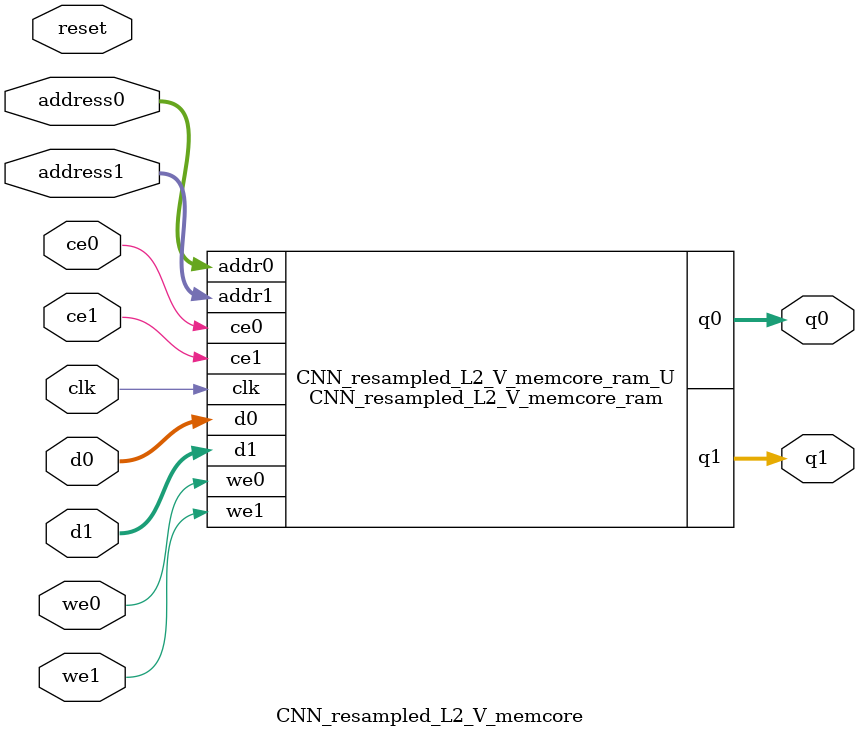
<source format=v>

`timescale 1 ns / 1 ps
module CNN_resampled_L2_V_memcore_ram (addr0, ce0, d0, we0, q0, addr1, ce1, d1, we1, q1,  clk);

parameter DWIDTH = 25;
parameter AWIDTH = 12;
parameter MEM_SIZE = 3528;

input[AWIDTH-1:0] addr0;
input ce0;
input[DWIDTH-1:0] d0;
input we0;
output reg[DWIDTH-1:0] q0;
input[AWIDTH-1:0] addr1;
input ce1;
input[DWIDTH-1:0] d1;
input we1;
output reg[DWIDTH-1:0] q1;
input clk;

(* ram_style = "block" *)reg [DWIDTH-1:0] ram[0:MEM_SIZE-1];




always @(posedge clk)  
begin 
    if (ce0) 
    begin
        if (we0) 
        begin 
            ram[addr0] <= d0; 
            q0 <= d0;
        end 
        else 
            q0 <= ram[addr0];
    end
end


always @(posedge clk)  
begin 
    if (ce1) 
    begin
        if (we1) 
        begin 
            ram[addr1] <= d1; 
            q1 <= d1;
        end 
        else 
            q1 <= ram[addr1];
    end
end


endmodule


`timescale 1 ns / 1 ps
module CNN_resampled_L2_V_memcore(
    reset,
    clk,
    address0,
    ce0,
    we0,
    d0,
    q0,
    address1,
    ce1,
    we1,
    d1,
    q1);

parameter DataWidth = 32'd25;
parameter AddressRange = 32'd3528;
parameter AddressWidth = 32'd12;
input reset;
input clk;
input[AddressWidth - 1:0] address0;
input ce0;
input we0;
input[DataWidth - 1:0] d0;
output[DataWidth - 1:0] q0;
input[AddressWidth - 1:0] address1;
input ce1;
input we1;
input[DataWidth - 1:0] d1;
output[DataWidth - 1:0] q1;



CNN_resampled_L2_V_memcore_ram CNN_resampled_L2_V_memcore_ram_U(
    .clk( clk ),
    .addr0( address0 ),
    .ce0( ce0 ),
    .we0( we0 ),
    .d0( d0 ),
    .q0( q0 ),
    .addr1( address1 ),
    .ce1( ce1 ),
    .we1( we1 ),
    .d1( d1 ),
    .q1( q1 ));

endmodule


</source>
